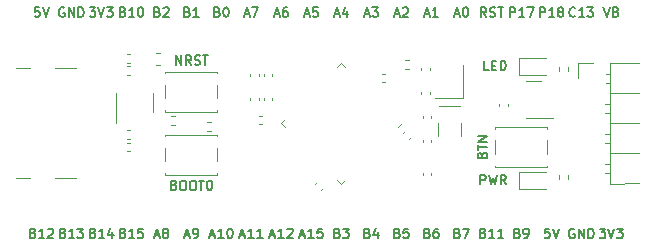
<source format=gbr>
%TF.GenerationSoftware,KiCad,Pcbnew,7.0.7*%
%TF.CreationDate,2023-11-28T22:27:00+01:00*%
%TF.ProjectId,STM32G474_Black-Pill_v3.0,53544d33-3247-4343-9734-5f426c61636b,A*%
%TF.SameCoordinates,Original*%
%TF.FileFunction,Legend,Top*%
%TF.FilePolarity,Positive*%
%FSLAX46Y46*%
G04 Gerber Fmt 4.6, Leading zero omitted, Abs format (unit mm)*
G04 Created by KiCad (PCBNEW 7.0.7) date 2023-11-28 22:27:00*
%MOMM*%
%LPD*%
G01*
G04 APERTURE LIST*
%ADD10C,0.200000*%
%ADD11C,0.120000*%
G04 APERTURE END LIST*
D10*
X139492421Y-97133695D02*
X139111469Y-97133695D01*
X139111469Y-97133695D02*
X139111469Y-96333695D01*
X139759088Y-96714647D02*
X140025754Y-96714647D01*
X140140040Y-97133695D02*
X139759088Y-97133695D01*
X139759088Y-97133695D02*
X139759088Y-96333695D01*
X139759088Y-96333695D02*
X140140040Y-96333695D01*
X140482898Y-97133695D02*
X140482898Y-96333695D01*
X140482898Y-96333695D02*
X140673374Y-96333695D01*
X140673374Y-96333695D02*
X140787660Y-96371790D01*
X140787660Y-96371790D02*
X140863850Y-96447980D01*
X140863850Y-96447980D02*
X140901945Y-96524171D01*
X140901945Y-96524171D02*
X140940041Y-96676552D01*
X140940041Y-96676552D02*
X140940041Y-96790838D01*
X140940041Y-96790838D02*
X140901945Y-96943219D01*
X140901945Y-96943219D02*
X140863850Y-97019409D01*
X140863850Y-97019409D02*
X140787660Y-97095600D01*
X140787660Y-97095600D02*
X140673374Y-97133695D01*
X140673374Y-97133695D02*
X140482898Y-97133695D01*
X136836190Y-110898647D02*
X136950476Y-110936742D01*
X136950476Y-110936742D02*
X136988571Y-110974838D01*
X136988571Y-110974838D02*
X137026667Y-111051028D01*
X137026667Y-111051028D02*
X137026667Y-111165314D01*
X137026667Y-111165314D02*
X136988571Y-111241504D01*
X136988571Y-111241504D02*
X136950476Y-111279600D01*
X136950476Y-111279600D02*
X136874286Y-111317695D01*
X136874286Y-111317695D02*
X136569524Y-111317695D01*
X136569524Y-111317695D02*
X136569524Y-110517695D01*
X136569524Y-110517695D02*
X136836190Y-110517695D01*
X136836190Y-110517695D02*
X136912381Y-110555790D01*
X136912381Y-110555790D02*
X136950476Y-110593885D01*
X136950476Y-110593885D02*
X136988571Y-110670076D01*
X136988571Y-110670076D02*
X136988571Y-110746266D01*
X136988571Y-110746266D02*
X136950476Y-110822457D01*
X136950476Y-110822457D02*
X136912381Y-110860552D01*
X136912381Y-110860552D02*
X136836190Y-110898647D01*
X136836190Y-110898647D02*
X136569524Y-110898647D01*
X137293333Y-110517695D02*
X137826667Y-110517695D01*
X137826667Y-110517695D02*
X137483809Y-111317695D01*
X141268571Y-92601695D02*
X141268571Y-91801695D01*
X141268571Y-91801695D02*
X141573333Y-91801695D01*
X141573333Y-91801695D02*
X141649523Y-91839790D01*
X141649523Y-91839790D02*
X141687618Y-91877885D01*
X141687618Y-91877885D02*
X141725714Y-91954076D01*
X141725714Y-91954076D02*
X141725714Y-92068361D01*
X141725714Y-92068361D02*
X141687618Y-92144552D01*
X141687618Y-92144552D02*
X141649523Y-92182647D01*
X141649523Y-92182647D02*
X141573333Y-92220742D01*
X141573333Y-92220742D02*
X141268571Y-92220742D01*
X142487618Y-92601695D02*
X142030475Y-92601695D01*
X142259047Y-92601695D02*
X142259047Y-91801695D01*
X142259047Y-91801695D02*
X142182856Y-91915980D01*
X142182856Y-91915980D02*
X142106666Y-91992171D01*
X142106666Y-91992171D02*
X142030475Y-92030266D01*
X142754285Y-91801695D02*
X143287619Y-91801695D01*
X143287619Y-91801695D02*
X142944761Y-92601695D01*
X148869523Y-110517695D02*
X149364761Y-110517695D01*
X149364761Y-110517695D02*
X149098095Y-110822457D01*
X149098095Y-110822457D02*
X149212380Y-110822457D01*
X149212380Y-110822457D02*
X149288571Y-110860552D01*
X149288571Y-110860552D02*
X149326666Y-110898647D01*
X149326666Y-110898647D02*
X149364761Y-110974838D01*
X149364761Y-110974838D02*
X149364761Y-111165314D01*
X149364761Y-111165314D02*
X149326666Y-111241504D01*
X149326666Y-111241504D02*
X149288571Y-111279600D01*
X149288571Y-111279600D02*
X149212380Y-111317695D01*
X149212380Y-111317695D02*
X148983809Y-111317695D01*
X148983809Y-111317695D02*
X148907618Y-111279600D01*
X148907618Y-111279600D02*
X148869523Y-111241504D01*
X149593333Y-110517695D02*
X149860000Y-111317695D01*
X149860000Y-111317695D02*
X150126666Y-110517695D01*
X150317142Y-110517695D02*
X150812380Y-110517695D01*
X150812380Y-110517695D02*
X150545714Y-110822457D01*
X150545714Y-110822457D02*
X150659999Y-110822457D01*
X150659999Y-110822457D02*
X150736190Y-110860552D01*
X150736190Y-110860552D02*
X150774285Y-110898647D01*
X150774285Y-110898647D02*
X150812380Y-110974838D01*
X150812380Y-110974838D02*
X150812380Y-111165314D01*
X150812380Y-111165314D02*
X150774285Y-111241504D01*
X150774285Y-111241504D02*
X150736190Y-111279600D01*
X150736190Y-111279600D02*
X150659999Y-111317695D01*
X150659999Y-111317695D02*
X150431428Y-111317695D01*
X150431428Y-111317695D02*
X150355237Y-111279600D01*
X150355237Y-111279600D02*
X150317142Y-111241504D01*
X105975237Y-110898647D02*
X106089523Y-110936742D01*
X106089523Y-110936742D02*
X106127618Y-110974838D01*
X106127618Y-110974838D02*
X106165714Y-111051028D01*
X106165714Y-111051028D02*
X106165714Y-111165314D01*
X106165714Y-111165314D02*
X106127618Y-111241504D01*
X106127618Y-111241504D02*
X106089523Y-111279600D01*
X106089523Y-111279600D02*
X106013333Y-111317695D01*
X106013333Y-111317695D02*
X105708571Y-111317695D01*
X105708571Y-111317695D02*
X105708571Y-110517695D01*
X105708571Y-110517695D02*
X105975237Y-110517695D01*
X105975237Y-110517695D02*
X106051428Y-110555790D01*
X106051428Y-110555790D02*
X106089523Y-110593885D01*
X106089523Y-110593885D02*
X106127618Y-110670076D01*
X106127618Y-110670076D02*
X106127618Y-110746266D01*
X106127618Y-110746266D02*
X106089523Y-110822457D01*
X106089523Y-110822457D02*
X106051428Y-110860552D01*
X106051428Y-110860552D02*
X105975237Y-110898647D01*
X105975237Y-110898647D02*
X105708571Y-110898647D01*
X106927618Y-111317695D02*
X106470475Y-111317695D01*
X106699047Y-111317695D02*
X106699047Y-110517695D01*
X106699047Y-110517695D02*
X106622856Y-110631980D01*
X106622856Y-110631980D02*
X106546666Y-110708171D01*
X106546666Y-110708171D02*
X106470475Y-110746266D01*
X107613333Y-110784361D02*
X107613333Y-111317695D01*
X107422857Y-110479600D02*
X107232380Y-111051028D01*
X107232380Y-111051028D02*
X107727619Y-111051028D01*
X134048571Y-92373123D02*
X134429524Y-92373123D01*
X133972381Y-92601695D02*
X134239048Y-91801695D01*
X134239048Y-91801695D02*
X134505714Y-92601695D01*
X135191428Y-92601695D02*
X134734285Y-92601695D01*
X134962857Y-92601695D02*
X134962857Y-91801695D01*
X134962857Y-91801695D02*
X134886666Y-91915980D01*
X134886666Y-91915980D02*
X134810476Y-91992171D01*
X134810476Y-91992171D02*
X134734285Y-92030266D01*
X116516190Y-92182647D02*
X116630476Y-92220742D01*
X116630476Y-92220742D02*
X116668571Y-92258838D01*
X116668571Y-92258838D02*
X116706667Y-92335028D01*
X116706667Y-92335028D02*
X116706667Y-92449314D01*
X116706667Y-92449314D02*
X116668571Y-92525504D01*
X116668571Y-92525504D02*
X116630476Y-92563600D01*
X116630476Y-92563600D02*
X116554286Y-92601695D01*
X116554286Y-92601695D02*
X116249524Y-92601695D01*
X116249524Y-92601695D02*
X116249524Y-91801695D01*
X116249524Y-91801695D02*
X116516190Y-91801695D01*
X116516190Y-91801695D02*
X116592381Y-91839790D01*
X116592381Y-91839790D02*
X116630476Y-91877885D01*
X116630476Y-91877885D02*
X116668571Y-91954076D01*
X116668571Y-91954076D02*
X116668571Y-92030266D01*
X116668571Y-92030266D02*
X116630476Y-92106457D01*
X116630476Y-92106457D02*
X116592381Y-92144552D01*
X116592381Y-92144552D02*
X116516190Y-92182647D01*
X116516190Y-92182647D02*
X116249524Y-92182647D01*
X117201905Y-91801695D02*
X117278095Y-91801695D01*
X117278095Y-91801695D02*
X117354286Y-91839790D01*
X117354286Y-91839790D02*
X117392381Y-91877885D01*
X117392381Y-91877885D02*
X117430476Y-91954076D01*
X117430476Y-91954076D02*
X117468571Y-92106457D01*
X117468571Y-92106457D02*
X117468571Y-92296933D01*
X117468571Y-92296933D02*
X117430476Y-92449314D01*
X117430476Y-92449314D02*
X117392381Y-92525504D01*
X117392381Y-92525504D02*
X117354286Y-92563600D01*
X117354286Y-92563600D02*
X117278095Y-92601695D01*
X117278095Y-92601695D02*
X117201905Y-92601695D01*
X117201905Y-92601695D02*
X117125714Y-92563600D01*
X117125714Y-92563600D02*
X117087619Y-92525504D01*
X117087619Y-92525504D02*
X117049524Y-92449314D01*
X117049524Y-92449314D02*
X117011428Y-92296933D01*
X117011428Y-92296933D02*
X117011428Y-92106457D01*
X117011428Y-92106457D02*
X117049524Y-91954076D01*
X117049524Y-91954076D02*
X117087619Y-91877885D01*
X117087619Y-91877885D02*
X117125714Y-91839790D01*
X117125714Y-91839790D02*
X117201905Y-91801695D01*
X128968571Y-92373123D02*
X129349524Y-92373123D01*
X128892381Y-92601695D02*
X129159048Y-91801695D01*
X129159048Y-91801695D02*
X129425714Y-92601695D01*
X129616190Y-91801695D02*
X130111428Y-91801695D01*
X130111428Y-91801695D02*
X129844762Y-92106457D01*
X129844762Y-92106457D02*
X129959047Y-92106457D01*
X129959047Y-92106457D02*
X130035238Y-92144552D01*
X130035238Y-92144552D02*
X130073333Y-92182647D01*
X130073333Y-92182647D02*
X130111428Y-92258838D01*
X130111428Y-92258838D02*
X130111428Y-92449314D01*
X130111428Y-92449314D02*
X130073333Y-92525504D01*
X130073333Y-92525504D02*
X130035238Y-92563600D01*
X130035238Y-92563600D02*
X129959047Y-92601695D01*
X129959047Y-92601695D02*
X129730476Y-92601695D01*
X129730476Y-92601695D02*
X129654285Y-92563600D01*
X129654285Y-92563600D02*
X129616190Y-92525504D01*
X129216190Y-110898647D02*
X129330476Y-110936742D01*
X129330476Y-110936742D02*
X129368571Y-110974838D01*
X129368571Y-110974838D02*
X129406667Y-111051028D01*
X129406667Y-111051028D02*
X129406667Y-111165314D01*
X129406667Y-111165314D02*
X129368571Y-111241504D01*
X129368571Y-111241504D02*
X129330476Y-111279600D01*
X129330476Y-111279600D02*
X129254286Y-111317695D01*
X129254286Y-111317695D02*
X128949524Y-111317695D01*
X128949524Y-111317695D02*
X128949524Y-110517695D01*
X128949524Y-110517695D02*
X129216190Y-110517695D01*
X129216190Y-110517695D02*
X129292381Y-110555790D01*
X129292381Y-110555790D02*
X129330476Y-110593885D01*
X129330476Y-110593885D02*
X129368571Y-110670076D01*
X129368571Y-110670076D02*
X129368571Y-110746266D01*
X129368571Y-110746266D02*
X129330476Y-110822457D01*
X129330476Y-110822457D02*
X129292381Y-110860552D01*
X129292381Y-110860552D02*
X129216190Y-110898647D01*
X129216190Y-110898647D02*
X128949524Y-110898647D01*
X130092381Y-110784361D02*
X130092381Y-111317695D01*
X129901905Y-110479600D02*
X129711428Y-111051028D01*
X129711428Y-111051028D02*
X130206667Y-111051028D01*
X115887618Y-111089123D02*
X116268571Y-111089123D01*
X115811428Y-111317695D02*
X116078095Y-110517695D01*
X116078095Y-110517695D02*
X116344761Y-111317695D01*
X117030475Y-111317695D02*
X116573332Y-111317695D01*
X116801904Y-111317695D02*
X116801904Y-110517695D01*
X116801904Y-110517695D02*
X116725713Y-110631980D01*
X116725713Y-110631980D02*
X116649523Y-110708171D01*
X116649523Y-110708171D02*
X116573332Y-110746266D01*
X117525714Y-110517695D02*
X117601904Y-110517695D01*
X117601904Y-110517695D02*
X117678095Y-110555790D01*
X117678095Y-110555790D02*
X117716190Y-110593885D01*
X117716190Y-110593885D02*
X117754285Y-110670076D01*
X117754285Y-110670076D02*
X117792380Y-110822457D01*
X117792380Y-110822457D02*
X117792380Y-111012933D01*
X117792380Y-111012933D02*
X117754285Y-111165314D01*
X117754285Y-111165314D02*
X117716190Y-111241504D01*
X117716190Y-111241504D02*
X117678095Y-111279600D01*
X117678095Y-111279600D02*
X117601904Y-111317695D01*
X117601904Y-111317695D02*
X117525714Y-111317695D01*
X117525714Y-111317695D02*
X117449523Y-111279600D01*
X117449523Y-111279600D02*
X117411428Y-111241504D01*
X117411428Y-111241504D02*
X117373333Y-111165314D01*
X117373333Y-111165314D02*
X117335237Y-111012933D01*
X117335237Y-111012933D02*
X117335237Y-110822457D01*
X117335237Y-110822457D02*
X117373333Y-110670076D01*
X117373333Y-110670076D02*
X117411428Y-110593885D01*
X117411428Y-110593885D02*
X117449523Y-110555790D01*
X117449523Y-110555790D02*
X117525714Y-110517695D01*
X134296190Y-110898647D02*
X134410476Y-110936742D01*
X134410476Y-110936742D02*
X134448571Y-110974838D01*
X134448571Y-110974838D02*
X134486667Y-111051028D01*
X134486667Y-111051028D02*
X134486667Y-111165314D01*
X134486667Y-111165314D02*
X134448571Y-111241504D01*
X134448571Y-111241504D02*
X134410476Y-111279600D01*
X134410476Y-111279600D02*
X134334286Y-111317695D01*
X134334286Y-111317695D02*
X134029524Y-111317695D01*
X134029524Y-111317695D02*
X134029524Y-110517695D01*
X134029524Y-110517695D02*
X134296190Y-110517695D01*
X134296190Y-110517695D02*
X134372381Y-110555790D01*
X134372381Y-110555790D02*
X134410476Y-110593885D01*
X134410476Y-110593885D02*
X134448571Y-110670076D01*
X134448571Y-110670076D02*
X134448571Y-110746266D01*
X134448571Y-110746266D02*
X134410476Y-110822457D01*
X134410476Y-110822457D02*
X134372381Y-110860552D01*
X134372381Y-110860552D02*
X134296190Y-110898647D01*
X134296190Y-110898647D02*
X134029524Y-110898647D01*
X135172381Y-110517695D02*
X135020000Y-110517695D01*
X135020000Y-110517695D02*
X134943809Y-110555790D01*
X134943809Y-110555790D02*
X134905714Y-110593885D01*
X134905714Y-110593885D02*
X134829524Y-110708171D01*
X134829524Y-110708171D02*
X134791428Y-110860552D01*
X134791428Y-110860552D02*
X134791428Y-111165314D01*
X134791428Y-111165314D02*
X134829524Y-111241504D01*
X134829524Y-111241504D02*
X134867619Y-111279600D01*
X134867619Y-111279600D02*
X134943809Y-111317695D01*
X134943809Y-111317695D02*
X135096190Y-111317695D01*
X135096190Y-111317695D02*
X135172381Y-111279600D01*
X135172381Y-111279600D02*
X135210476Y-111241504D01*
X135210476Y-111241504D02*
X135248571Y-111165314D01*
X135248571Y-111165314D02*
X135248571Y-110974838D01*
X135248571Y-110974838D02*
X135210476Y-110898647D01*
X135210476Y-110898647D02*
X135172381Y-110860552D01*
X135172381Y-110860552D02*
X135096190Y-110822457D01*
X135096190Y-110822457D02*
X134943809Y-110822457D01*
X134943809Y-110822457D02*
X134867619Y-110860552D01*
X134867619Y-110860552D02*
X134829524Y-110898647D01*
X134829524Y-110898647D02*
X134791428Y-110974838D01*
X138768612Y-106785695D02*
X138768612Y-105985695D01*
X138768612Y-105985695D02*
X139073374Y-105985695D01*
X139073374Y-105985695D02*
X139149564Y-106023790D01*
X139149564Y-106023790D02*
X139187659Y-106061885D01*
X139187659Y-106061885D02*
X139225755Y-106138076D01*
X139225755Y-106138076D02*
X139225755Y-106252361D01*
X139225755Y-106252361D02*
X139187659Y-106328552D01*
X139187659Y-106328552D02*
X139149564Y-106366647D01*
X139149564Y-106366647D02*
X139073374Y-106404742D01*
X139073374Y-106404742D02*
X138768612Y-106404742D01*
X139492421Y-105985695D02*
X139682897Y-106785695D01*
X139682897Y-106785695D02*
X139835278Y-106214266D01*
X139835278Y-106214266D02*
X139987659Y-106785695D01*
X139987659Y-106785695D02*
X140178136Y-105985695D01*
X140940041Y-106785695D02*
X140673374Y-106404742D01*
X140482898Y-106785695D02*
X140482898Y-105985695D01*
X140482898Y-105985695D02*
X140787660Y-105985695D01*
X140787660Y-105985695D02*
X140863850Y-106023790D01*
X140863850Y-106023790D02*
X140901945Y-106061885D01*
X140901945Y-106061885D02*
X140940041Y-106138076D01*
X140940041Y-106138076D02*
X140940041Y-106252361D01*
X140940041Y-106252361D02*
X140901945Y-106328552D01*
X140901945Y-106328552D02*
X140863850Y-106366647D01*
X140863850Y-106366647D02*
X140787660Y-106404742D01*
X140787660Y-106404742D02*
X140482898Y-106404742D01*
X118427618Y-111089123D02*
X118808571Y-111089123D01*
X118351428Y-111317695D02*
X118618095Y-110517695D01*
X118618095Y-110517695D02*
X118884761Y-111317695D01*
X119570475Y-111317695D02*
X119113332Y-111317695D01*
X119341904Y-111317695D02*
X119341904Y-110517695D01*
X119341904Y-110517695D02*
X119265713Y-110631980D01*
X119265713Y-110631980D02*
X119189523Y-110708171D01*
X119189523Y-110708171D02*
X119113332Y-110746266D01*
X120332380Y-111317695D02*
X119875237Y-111317695D01*
X120103809Y-111317695D02*
X120103809Y-110517695D01*
X120103809Y-110517695D02*
X120027618Y-110631980D01*
X120027618Y-110631980D02*
X119951428Y-110708171D01*
X119951428Y-110708171D02*
X119875237Y-110746266D01*
X120967618Y-111089123D02*
X121348571Y-111089123D01*
X120891428Y-111317695D02*
X121158095Y-110517695D01*
X121158095Y-110517695D02*
X121424761Y-111317695D01*
X122110475Y-111317695D02*
X121653332Y-111317695D01*
X121881904Y-111317695D02*
X121881904Y-110517695D01*
X121881904Y-110517695D02*
X121805713Y-110631980D01*
X121805713Y-110631980D02*
X121729523Y-110708171D01*
X121729523Y-110708171D02*
X121653332Y-110746266D01*
X122415237Y-110593885D02*
X122453333Y-110555790D01*
X122453333Y-110555790D02*
X122529523Y-110517695D01*
X122529523Y-110517695D02*
X122719999Y-110517695D01*
X122719999Y-110517695D02*
X122796190Y-110555790D01*
X122796190Y-110555790D02*
X122834285Y-110593885D01*
X122834285Y-110593885D02*
X122872380Y-110670076D01*
X122872380Y-110670076D02*
X122872380Y-110746266D01*
X122872380Y-110746266D02*
X122834285Y-110860552D01*
X122834285Y-110860552D02*
X122377142Y-111317695D01*
X122377142Y-111317695D02*
X122872380Y-111317695D01*
X141916190Y-110898647D02*
X142030476Y-110936742D01*
X142030476Y-110936742D02*
X142068571Y-110974838D01*
X142068571Y-110974838D02*
X142106667Y-111051028D01*
X142106667Y-111051028D02*
X142106667Y-111165314D01*
X142106667Y-111165314D02*
X142068571Y-111241504D01*
X142068571Y-111241504D02*
X142030476Y-111279600D01*
X142030476Y-111279600D02*
X141954286Y-111317695D01*
X141954286Y-111317695D02*
X141649524Y-111317695D01*
X141649524Y-111317695D02*
X141649524Y-110517695D01*
X141649524Y-110517695D02*
X141916190Y-110517695D01*
X141916190Y-110517695D02*
X141992381Y-110555790D01*
X141992381Y-110555790D02*
X142030476Y-110593885D01*
X142030476Y-110593885D02*
X142068571Y-110670076D01*
X142068571Y-110670076D02*
X142068571Y-110746266D01*
X142068571Y-110746266D02*
X142030476Y-110822457D01*
X142030476Y-110822457D02*
X141992381Y-110860552D01*
X141992381Y-110860552D02*
X141916190Y-110898647D01*
X141916190Y-110898647D02*
X141649524Y-110898647D01*
X142487619Y-111317695D02*
X142640000Y-111317695D01*
X142640000Y-111317695D02*
X142716190Y-111279600D01*
X142716190Y-111279600D02*
X142754286Y-111241504D01*
X142754286Y-111241504D02*
X142830476Y-111127219D01*
X142830476Y-111127219D02*
X142868571Y-110974838D01*
X142868571Y-110974838D02*
X142868571Y-110670076D01*
X142868571Y-110670076D02*
X142830476Y-110593885D01*
X142830476Y-110593885D02*
X142792381Y-110555790D01*
X142792381Y-110555790D02*
X142716190Y-110517695D01*
X142716190Y-110517695D02*
X142563809Y-110517695D01*
X142563809Y-110517695D02*
X142487619Y-110555790D01*
X142487619Y-110555790D02*
X142449524Y-110593885D01*
X142449524Y-110593885D02*
X142411428Y-110670076D01*
X142411428Y-110670076D02*
X142411428Y-110860552D01*
X142411428Y-110860552D02*
X142449524Y-110936742D01*
X142449524Y-110936742D02*
X142487619Y-110974838D01*
X142487619Y-110974838D02*
X142563809Y-111012933D01*
X142563809Y-111012933D02*
X142716190Y-111012933D01*
X142716190Y-111012933D02*
X142792381Y-110974838D01*
X142792381Y-110974838D02*
X142830476Y-110936742D01*
X142830476Y-110936742D02*
X142868571Y-110860552D01*
X126428571Y-92373123D02*
X126809524Y-92373123D01*
X126352381Y-92601695D02*
X126619048Y-91801695D01*
X126619048Y-91801695D02*
X126885714Y-92601695D01*
X127495238Y-92068361D02*
X127495238Y-92601695D01*
X127304762Y-91763600D02*
X127114285Y-92335028D01*
X127114285Y-92335028D02*
X127609524Y-92335028D01*
X139261905Y-92601695D02*
X138995238Y-92220742D01*
X138804762Y-92601695D02*
X138804762Y-91801695D01*
X138804762Y-91801695D02*
X139109524Y-91801695D01*
X139109524Y-91801695D02*
X139185714Y-91839790D01*
X139185714Y-91839790D02*
X139223809Y-91877885D01*
X139223809Y-91877885D02*
X139261905Y-91954076D01*
X139261905Y-91954076D02*
X139261905Y-92068361D01*
X139261905Y-92068361D02*
X139223809Y-92144552D01*
X139223809Y-92144552D02*
X139185714Y-92182647D01*
X139185714Y-92182647D02*
X139109524Y-92220742D01*
X139109524Y-92220742D02*
X138804762Y-92220742D01*
X139566666Y-92563600D02*
X139680952Y-92601695D01*
X139680952Y-92601695D02*
X139871428Y-92601695D01*
X139871428Y-92601695D02*
X139947619Y-92563600D01*
X139947619Y-92563600D02*
X139985714Y-92525504D01*
X139985714Y-92525504D02*
X140023809Y-92449314D01*
X140023809Y-92449314D02*
X140023809Y-92373123D01*
X140023809Y-92373123D02*
X139985714Y-92296933D01*
X139985714Y-92296933D02*
X139947619Y-92258838D01*
X139947619Y-92258838D02*
X139871428Y-92220742D01*
X139871428Y-92220742D02*
X139719047Y-92182647D01*
X139719047Y-92182647D02*
X139642857Y-92144552D01*
X139642857Y-92144552D02*
X139604762Y-92106457D01*
X139604762Y-92106457D02*
X139566666Y-92030266D01*
X139566666Y-92030266D02*
X139566666Y-91954076D01*
X139566666Y-91954076D02*
X139604762Y-91877885D01*
X139604762Y-91877885D02*
X139642857Y-91839790D01*
X139642857Y-91839790D02*
X139719047Y-91801695D01*
X139719047Y-91801695D02*
X139909524Y-91801695D01*
X139909524Y-91801695D02*
X140023809Y-91839790D01*
X140252381Y-91801695D02*
X140709524Y-91801695D01*
X140480952Y-92601695D02*
X140480952Y-91801695D01*
X105689523Y-91801695D02*
X106184761Y-91801695D01*
X106184761Y-91801695D02*
X105918095Y-92106457D01*
X105918095Y-92106457D02*
X106032380Y-92106457D01*
X106032380Y-92106457D02*
X106108571Y-92144552D01*
X106108571Y-92144552D02*
X106146666Y-92182647D01*
X106146666Y-92182647D02*
X106184761Y-92258838D01*
X106184761Y-92258838D02*
X106184761Y-92449314D01*
X106184761Y-92449314D02*
X106146666Y-92525504D01*
X106146666Y-92525504D02*
X106108571Y-92563600D01*
X106108571Y-92563600D02*
X106032380Y-92601695D01*
X106032380Y-92601695D02*
X105803809Y-92601695D01*
X105803809Y-92601695D02*
X105727618Y-92563600D01*
X105727618Y-92563600D02*
X105689523Y-92525504D01*
X106413333Y-91801695D02*
X106680000Y-92601695D01*
X106680000Y-92601695D02*
X106946666Y-91801695D01*
X107137142Y-91801695D02*
X107632380Y-91801695D01*
X107632380Y-91801695D02*
X107365714Y-92106457D01*
X107365714Y-92106457D02*
X107479999Y-92106457D01*
X107479999Y-92106457D02*
X107556190Y-92144552D01*
X107556190Y-92144552D02*
X107594285Y-92182647D01*
X107594285Y-92182647D02*
X107632380Y-92258838D01*
X107632380Y-92258838D02*
X107632380Y-92449314D01*
X107632380Y-92449314D02*
X107594285Y-92525504D01*
X107594285Y-92525504D02*
X107556190Y-92563600D01*
X107556190Y-92563600D02*
X107479999Y-92601695D01*
X107479999Y-92601695D02*
X107251428Y-92601695D01*
X107251428Y-92601695D02*
X107175237Y-92563600D01*
X107175237Y-92563600D02*
X107137142Y-92525504D01*
X112985714Y-96665695D02*
X112985714Y-95865695D01*
X112985714Y-95865695D02*
X113442857Y-96665695D01*
X113442857Y-96665695D02*
X113442857Y-95865695D01*
X114280952Y-96665695D02*
X114014285Y-96284742D01*
X113823809Y-96665695D02*
X113823809Y-95865695D01*
X113823809Y-95865695D02*
X114128571Y-95865695D01*
X114128571Y-95865695D02*
X114204761Y-95903790D01*
X114204761Y-95903790D02*
X114242856Y-95941885D01*
X114242856Y-95941885D02*
X114280952Y-96018076D01*
X114280952Y-96018076D02*
X114280952Y-96132361D01*
X114280952Y-96132361D02*
X114242856Y-96208552D01*
X114242856Y-96208552D02*
X114204761Y-96246647D01*
X114204761Y-96246647D02*
X114128571Y-96284742D01*
X114128571Y-96284742D02*
X113823809Y-96284742D01*
X114585713Y-96627600D02*
X114699999Y-96665695D01*
X114699999Y-96665695D02*
X114890475Y-96665695D01*
X114890475Y-96665695D02*
X114966666Y-96627600D01*
X114966666Y-96627600D02*
X115004761Y-96589504D01*
X115004761Y-96589504D02*
X115042856Y-96513314D01*
X115042856Y-96513314D02*
X115042856Y-96437123D01*
X115042856Y-96437123D02*
X115004761Y-96360933D01*
X115004761Y-96360933D02*
X114966666Y-96322838D01*
X114966666Y-96322838D02*
X114890475Y-96284742D01*
X114890475Y-96284742D02*
X114738094Y-96246647D01*
X114738094Y-96246647D02*
X114661904Y-96208552D01*
X114661904Y-96208552D02*
X114623809Y-96170457D01*
X114623809Y-96170457D02*
X114585713Y-96094266D01*
X114585713Y-96094266D02*
X114585713Y-96018076D01*
X114585713Y-96018076D02*
X114623809Y-95941885D01*
X114623809Y-95941885D02*
X114661904Y-95903790D01*
X114661904Y-95903790D02*
X114738094Y-95865695D01*
X114738094Y-95865695D02*
X114928571Y-95865695D01*
X114928571Y-95865695D02*
X115042856Y-95903790D01*
X115271428Y-95865695D02*
X115728571Y-95865695D01*
X115499999Y-96665695D02*
X115499999Y-95865695D01*
X121348571Y-92373123D02*
X121729524Y-92373123D01*
X121272381Y-92601695D02*
X121539048Y-91801695D01*
X121539048Y-91801695D02*
X121805714Y-92601695D01*
X122415238Y-91801695D02*
X122262857Y-91801695D01*
X122262857Y-91801695D02*
X122186666Y-91839790D01*
X122186666Y-91839790D02*
X122148571Y-91877885D01*
X122148571Y-91877885D02*
X122072381Y-91992171D01*
X122072381Y-91992171D02*
X122034285Y-92144552D01*
X122034285Y-92144552D02*
X122034285Y-92449314D01*
X122034285Y-92449314D02*
X122072381Y-92525504D01*
X122072381Y-92525504D02*
X122110476Y-92563600D01*
X122110476Y-92563600D02*
X122186666Y-92601695D01*
X122186666Y-92601695D02*
X122339047Y-92601695D01*
X122339047Y-92601695D02*
X122415238Y-92563600D01*
X122415238Y-92563600D02*
X122453333Y-92525504D01*
X122453333Y-92525504D02*
X122491428Y-92449314D01*
X122491428Y-92449314D02*
X122491428Y-92258838D01*
X122491428Y-92258838D02*
X122453333Y-92182647D01*
X122453333Y-92182647D02*
X122415238Y-92144552D01*
X122415238Y-92144552D02*
X122339047Y-92106457D01*
X122339047Y-92106457D02*
X122186666Y-92106457D01*
X122186666Y-92106457D02*
X122110476Y-92144552D01*
X122110476Y-92144552D02*
X122072381Y-92182647D01*
X122072381Y-92182647D02*
X122034285Y-92258838D01*
X138918647Y-104298666D02*
X138956742Y-104184380D01*
X138956742Y-104184380D02*
X138994838Y-104146285D01*
X138994838Y-104146285D02*
X139071028Y-104108189D01*
X139071028Y-104108189D02*
X139185314Y-104108189D01*
X139185314Y-104108189D02*
X139261504Y-104146285D01*
X139261504Y-104146285D02*
X139299600Y-104184380D01*
X139299600Y-104184380D02*
X139337695Y-104260570D01*
X139337695Y-104260570D02*
X139337695Y-104565332D01*
X139337695Y-104565332D02*
X138537695Y-104565332D01*
X138537695Y-104565332D02*
X138537695Y-104298666D01*
X138537695Y-104298666D02*
X138575790Y-104222475D01*
X138575790Y-104222475D02*
X138613885Y-104184380D01*
X138613885Y-104184380D02*
X138690076Y-104146285D01*
X138690076Y-104146285D02*
X138766266Y-104146285D01*
X138766266Y-104146285D02*
X138842457Y-104184380D01*
X138842457Y-104184380D02*
X138880552Y-104222475D01*
X138880552Y-104222475D02*
X138918647Y-104298666D01*
X138918647Y-104298666D02*
X138918647Y-104565332D01*
X138537695Y-103879618D02*
X138537695Y-103422475D01*
X139337695Y-103651047D02*
X138537695Y-103651047D01*
X139337695Y-103155808D02*
X138537695Y-103155808D01*
X138537695Y-103155808D02*
X139337695Y-102698665D01*
X139337695Y-102698665D02*
X138537695Y-102698665D01*
X123888571Y-92373123D02*
X124269524Y-92373123D01*
X123812381Y-92601695D02*
X124079048Y-91801695D01*
X124079048Y-91801695D02*
X124345714Y-92601695D01*
X124993333Y-91801695D02*
X124612381Y-91801695D01*
X124612381Y-91801695D02*
X124574285Y-92182647D01*
X124574285Y-92182647D02*
X124612381Y-92144552D01*
X124612381Y-92144552D02*
X124688571Y-92106457D01*
X124688571Y-92106457D02*
X124879047Y-92106457D01*
X124879047Y-92106457D02*
X124955238Y-92144552D01*
X124955238Y-92144552D02*
X124993333Y-92182647D01*
X124993333Y-92182647D02*
X125031428Y-92258838D01*
X125031428Y-92258838D02*
X125031428Y-92449314D01*
X125031428Y-92449314D02*
X124993333Y-92525504D01*
X124993333Y-92525504D02*
X124955238Y-92563600D01*
X124955238Y-92563600D02*
X124879047Y-92601695D01*
X124879047Y-92601695D02*
X124688571Y-92601695D01*
X124688571Y-92601695D02*
X124612381Y-92563600D01*
X124612381Y-92563600D02*
X124574285Y-92525504D01*
X100895237Y-110898647D02*
X101009523Y-110936742D01*
X101009523Y-110936742D02*
X101047618Y-110974838D01*
X101047618Y-110974838D02*
X101085714Y-111051028D01*
X101085714Y-111051028D02*
X101085714Y-111165314D01*
X101085714Y-111165314D02*
X101047618Y-111241504D01*
X101047618Y-111241504D02*
X101009523Y-111279600D01*
X101009523Y-111279600D02*
X100933333Y-111317695D01*
X100933333Y-111317695D02*
X100628571Y-111317695D01*
X100628571Y-111317695D02*
X100628571Y-110517695D01*
X100628571Y-110517695D02*
X100895237Y-110517695D01*
X100895237Y-110517695D02*
X100971428Y-110555790D01*
X100971428Y-110555790D02*
X101009523Y-110593885D01*
X101009523Y-110593885D02*
X101047618Y-110670076D01*
X101047618Y-110670076D02*
X101047618Y-110746266D01*
X101047618Y-110746266D02*
X101009523Y-110822457D01*
X101009523Y-110822457D02*
X100971428Y-110860552D01*
X100971428Y-110860552D02*
X100895237Y-110898647D01*
X100895237Y-110898647D02*
X100628571Y-110898647D01*
X101847618Y-111317695D02*
X101390475Y-111317695D01*
X101619047Y-111317695D02*
X101619047Y-110517695D01*
X101619047Y-110517695D02*
X101542856Y-110631980D01*
X101542856Y-110631980D02*
X101466666Y-110708171D01*
X101466666Y-110708171D02*
X101390475Y-110746266D01*
X102152380Y-110593885D02*
X102190476Y-110555790D01*
X102190476Y-110555790D02*
X102266666Y-110517695D01*
X102266666Y-110517695D02*
X102457142Y-110517695D01*
X102457142Y-110517695D02*
X102533333Y-110555790D01*
X102533333Y-110555790D02*
X102571428Y-110593885D01*
X102571428Y-110593885D02*
X102609523Y-110670076D01*
X102609523Y-110670076D02*
X102609523Y-110746266D01*
X102609523Y-110746266D02*
X102571428Y-110860552D01*
X102571428Y-110860552D02*
X102114285Y-111317695D01*
X102114285Y-111317695D02*
X102609523Y-111317695D01*
X111188571Y-111089123D02*
X111569524Y-111089123D01*
X111112381Y-111317695D02*
X111379048Y-110517695D01*
X111379048Y-110517695D02*
X111645714Y-111317695D01*
X112026666Y-110860552D02*
X111950476Y-110822457D01*
X111950476Y-110822457D02*
X111912381Y-110784361D01*
X111912381Y-110784361D02*
X111874285Y-110708171D01*
X111874285Y-110708171D02*
X111874285Y-110670076D01*
X111874285Y-110670076D02*
X111912381Y-110593885D01*
X111912381Y-110593885D02*
X111950476Y-110555790D01*
X111950476Y-110555790D02*
X112026666Y-110517695D01*
X112026666Y-110517695D02*
X112179047Y-110517695D01*
X112179047Y-110517695D02*
X112255238Y-110555790D01*
X112255238Y-110555790D02*
X112293333Y-110593885D01*
X112293333Y-110593885D02*
X112331428Y-110670076D01*
X112331428Y-110670076D02*
X112331428Y-110708171D01*
X112331428Y-110708171D02*
X112293333Y-110784361D01*
X112293333Y-110784361D02*
X112255238Y-110822457D01*
X112255238Y-110822457D02*
X112179047Y-110860552D01*
X112179047Y-110860552D02*
X112026666Y-110860552D01*
X112026666Y-110860552D02*
X111950476Y-110898647D01*
X111950476Y-110898647D02*
X111912381Y-110936742D01*
X111912381Y-110936742D02*
X111874285Y-111012933D01*
X111874285Y-111012933D02*
X111874285Y-111165314D01*
X111874285Y-111165314D02*
X111912381Y-111241504D01*
X111912381Y-111241504D02*
X111950476Y-111279600D01*
X111950476Y-111279600D02*
X112026666Y-111317695D01*
X112026666Y-111317695D02*
X112179047Y-111317695D01*
X112179047Y-111317695D02*
X112255238Y-111279600D01*
X112255238Y-111279600D02*
X112293333Y-111241504D01*
X112293333Y-111241504D02*
X112331428Y-111165314D01*
X112331428Y-111165314D02*
X112331428Y-111012933D01*
X112331428Y-111012933D02*
X112293333Y-110936742D01*
X112293333Y-110936742D02*
X112255238Y-110898647D01*
X112255238Y-110898647D02*
X112179047Y-110860552D01*
X146805714Y-92525504D02*
X146767618Y-92563600D01*
X146767618Y-92563600D02*
X146653333Y-92601695D01*
X146653333Y-92601695D02*
X146577142Y-92601695D01*
X146577142Y-92601695D02*
X146462856Y-92563600D01*
X146462856Y-92563600D02*
X146386666Y-92487409D01*
X146386666Y-92487409D02*
X146348571Y-92411219D01*
X146348571Y-92411219D02*
X146310475Y-92258838D01*
X146310475Y-92258838D02*
X146310475Y-92144552D01*
X146310475Y-92144552D02*
X146348571Y-91992171D01*
X146348571Y-91992171D02*
X146386666Y-91915980D01*
X146386666Y-91915980D02*
X146462856Y-91839790D01*
X146462856Y-91839790D02*
X146577142Y-91801695D01*
X146577142Y-91801695D02*
X146653333Y-91801695D01*
X146653333Y-91801695D02*
X146767618Y-91839790D01*
X146767618Y-91839790D02*
X146805714Y-91877885D01*
X147567618Y-92601695D02*
X147110475Y-92601695D01*
X147339047Y-92601695D02*
X147339047Y-91801695D01*
X147339047Y-91801695D02*
X147262856Y-91915980D01*
X147262856Y-91915980D02*
X147186666Y-91992171D01*
X147186666Y-91992171D02*
X147110475Y-92030266D01*
X147834285Y-91801695D02*
X148329523Y-91801695D01*
X148329523Y-91801695D02*
X148062857Y-92106457D01*
X148062857Y-92106457D02*
X148177142Y-92106457D01*
X148177142Y-92106457D02*
X148253333Y-92144552D01*
X148253333Y-92144552D02*
X148291428Y-92182647D01*
X148291428Y-92182647D02*
X148329523Y-92258838D01*
X148329523Y-92258838D02*
X148329523Y-92449314D01*
X148329523Y-92449314D02*
X148291428Y-92525504D01*
X148291428Y-92525504D02*
X148253333Y-92563600D01*
X148253333Y-92563600D02*
X148177142Y-92601695D01*
X148177142Y-92601695D02*
X147948571Y-92601695D01*
X147948571Y-92601695D02*
X147872380Y-92563600D01*
X147872380Y-92563600D02*
X147834285Y-92525504D01*
X138995237Y-110898647D02*
X139109523Y-110936742D01*
X139109523Y-110936742D02*
X139147618Y-110974838D01*
X139147618Y-110974838D02*
X139185714Y-111051028D01*
X139185714Y-111051028D02*
X139185714Y-111165314D01*
X139185714Y-111165314D02*
X139147618Y-111241504D01*
X139147618Y-111241504D02*
X139109523Y-111279600D01*
X139109523Y-111279600D02*
X139033333Y-111317695D01*
X139033333Y-111317695D02*
X138728571Y-111317695D01*
X138728571Y-111317695D02*
X138728571Y-110517695D01*
X138728571Y-110517695D02*
X138995237Y-110517695D01*
X138995237Y-110517695D02*
X139071428Y-110555790D01*
X139071428Y-110555790D02*
X139109523Y-110593885D01*
X139109523Y-110593885D02*
X139147618Y-110670076D01*
X139147618Y-110670076D02*
X139147618Y-110746266D01*
X139147618Y-110746266D02*
X139109523Y-110822457D01*
X139109523Y-110822457D02*
X139071428Y-110860552D01*
X139071428Y-110860552D02*
X138995237Y-110898647D01*
X138995237Y-110898647D02*
X138728571Y-110898647D01*
X139947618Y-111317695D02*
X139490475Y-111317695D01*
X139719047Y-111317695D02*
X139719047Y-110517695D01*
X139719047Y-110517695D02*
X139642856Y-110631980D01*
X139642856Y-110631980D02*
X139566666Y-110708171D01*
X139566666Y-110708171D02*
X139490475Y-110746266D01*
X140709523Y-111317695D02*
X140252380Y-111317695D01*
X140480952Y-111317695D02*
X140480952Y-110517695D01*
X140480952Y-110517695D02*
X140404761Y-110631980D01*
X140404761Y-110631980D02*
X140328571Y-110708171D01*
X140328571Y-110708171D02*
X140252380Y-110746266D01*
X126676190Y-110898647D02*
X126790476Y-110936742D01*
X126790476Y-110936742D02*
X126828571Y-110974838D01*
X126828571Y-110974838D02*
X126866667Y-111051028D01*
X126866667Y-111051028D02*
X126866667Y-111165314D01*
X126866667Y-111165314D02*
X126828571Y-111241504D01*
X126828571Y-111241504D02*
X126790476Y-111279600D01*
X126790476Y-111279600D02*
X126714286Y-111317695D01*
X126714286Y-111317695D02*
X126409524Y-111317695D01*
X126409524Y-111317695D02*
X126409524Y-110517695D01*
X126409524Y-110517695D02*
X126676190Y-110517695D01*
X126676190Y-110517695D02*
X126752381Y-110555790D01*
X126752381Y-110555790D02*
X126790476Y-110593885D01*
X126790476Y-110593885D02*
X126828571Y-110670076D01*
X126828571Y-110670076D02*
X126828571Y-110746266D01*
X126828571Y-110746266D02*
X126790476Y-110822457D01*
X126790476Y-110822457D02*
X126752381Y-110860552D01*
X126752381Y-110860552D02*
X126676190Y-110898647D01*
X126676190Y-110898647D02*
X126409524Y-110898647D01*
X127133333Y-110517695D02*
X127628571Y-110517695D01*
X127628571Y-110517695D02*
X127361905Y-110822457D01*
X127361905Y-110822457D02*
X127476190Y-110822457D01*
X127476190Y-110822457D02*
X127552381Y-110860552D01*
X127552381Y-110860552D02*
X127590476Y-110898647D01*
X127590476Y-110898647D02*
X127628571Y-110974838D01*
X127628571Y-110974838D02*
X127628571Y-111165314D01*
X127628571Y-111165314D02*
X127590476Y-111241504D01*
X127590476Y-111241504D02*
X127552381Y-111279600D01*
X127552381Y-111279600D02*
X127476190Y-111317695D01*
X127476190Y-111317695D02*
X127247619Y-111317695D01*
X127247619Y-111317695D02*
X127171428Y-111279600D01*
X127171428Y-111279600D02*
X127133333Y-111241504D01*
X123507618Y-111089123D02*
X123888571Y-111089123D01*
X123431428Y-111317695D02*
X123698095Y-110517695D01*
X123698095Y-110517695D02*
X123964761Y-111317695D01*
X124650475Y-111317695D02*
X124193332Y-111317695D01*
X124421904Y-111317695D02*
X124421904Y-110517695D01*
X124421904Y-110517695D02*
X124345713Y-110631980D01*
X124345713Y-110631980D02*
X124269523Y-110708171D01*
X124269523Y-110708171D02*
X124193332Y-110746266D01*
X125374285Y-110517695D02*
X124993333Y-110517695D01*
X124993333Y-110517695D02*
X124955237Y-110898647D01*
X124955237Y-110898647D02*
X124993333Y-110860552D01*
X124993333Y-110860552D02*
X125069523Y-110822457D01*
X125069523Y-110822457D02*
X125259999Y-110822457D01*
X125259999Y-110822457D02*
X125336190Y-110860552D01*
X125336190Y-110860552D02*
X125374285Y-110898647D01*
X125374285Y-110898647D02*
X125412380Y-110974838D01*
X125412380Y-110974838D02*
X125412380Y-111165314D01*
X125412380Y-111165314D02*
X125374285Y-111241504D01*
X125374285Y-111241504D02*
X125336190Y-111279600D01*
X125336190Y-111279600D02*
X125259999Y-111317695D01*
X125259999Y-111317695D02*
X125069523Y-111317695D01*
X125069523Y-111317695D02*
X124993333Y-111279600D01*
X124993333Y-111279600D02*
X124955237Y-111241504D01*
X111436190Y-92182647D02*
X111550476Y-92220742D01*
X111550476Y-92220742D02*
X111588571Y-92258838D01*
X111588571Y-92258838D02*
X111626667Y-92335028D01*
X111626667Y-92335028D02*
X111626667Y-92449314D01*
X111626667Y-92449314D02*
X111588571Y-92525504D01*
X111588571Y-92525504D02*
X111550476Y-92563600D01*
X111550476Y-92563600D02*
X111474286Y-92601695D01*
X111474286Y-92601695D02*
X111169524Y-92601695D01*
X111169524Y-92601695D02*
X111169524Y-91801695D01*
X111169524Y-91801695D02*
X111436190Y-91801695D01*
X111436190Y-91801695D02*
X111512381Y-91839790D01*
X111512381Y-91839790D02*
X111550476Y-91877885D01*
X111550476Y-91877885D02*
X111588571Y-91954076D01*
X111588571Y-91954076D02*
X111588571Y-92030266D01*
X111588571Y-92030266D02*
X111550476Y-92106457D01*
X111550476Y-92106457D02*
X111512381Y-92144552D01*
X111512381Y-92144552D02*
X111436190Y-92182647D01*
X111436190Y-92182647D02*
X111169524Y-92182647D01*
X111931428Y-91877885D02*
X111969524Y-91839790D01*
X111969524Y-91839790D02*
X112045714Y-91801695D01*
X112045714Y-91801695D02*
X112236190Y-91801695D01*
X112236190Y-91801695D02*
X112312381Y-91839790D01*
X112312381Y-91839790D02*
X112350476Y-91877885D01*
X112350476Y-91877885D02*
X112388571Y-91954076D01*
X112388571Y-91954076D02*
X112388571Y-92030266D01*
X112388571Y-92030266D02*
X112350476Y-92144552D01*
X112350476Y-92144552D02*
X111893333Y-92601695D01*
X111893333Y-92601695D02*
X112388571Y-92601695D01*
X113976190Y-92182647D02*
X114090476Y-92220742D01*
X114090476Y-92220742D02*
X114128571Y-92258838D01*
X114128571Y-92258838D02*
X114166667Y-92335028D01*
X114166667Y-92335028D02*
X114166667Y-92449314D01*
X114166667Y-92449314D02*
X114128571Y-92525504D01*
X114128571Y-92525504D02*
X114090476Y-92563600D01*
X114090476Y-92563600D02*
X114014286Y-92601695D01*
X114014286Y-92601695D02*
X113709524Y-92601695D01*
X113709524Y-92601695D02*
X113709524Y-91801695D01*
X113709524Y-91801695D02*
X113976190Y-91801695D01*
X113976190Y-91801695D02*
X114052381Y-91839790D01*
X114052381Y-91839790D02*
X114090476Y-91877885D01*
X114090476Y-91877885D02*
X114128571Y-91954076D01*
X114128571Y-91954076D02*
X114128571Y-92030266D01*
X114128571Y-92030266D02*
X114090476Y-92106457D01*
X114090476Y-92106457D02*
X114052381Y-92144552D01*
X114052381Y-92144552D02*
X113976190Y-92182647D01*
X113976190Y-92182647D02*
X113709524Y-92182647D01*
X114928571Y-92601695D02*
X114471428Y-92601695D01*
X114700000Y-92601695D02*
X114700000Y-91801695D01*
X114700000Y-91801695D02*
X114623809Y-91915980D01*
X114623809Y-91915980D02*
X114547619Y-91992171D01*
X114547619Y-91992171D02*
X114471428Y-92030266D01*
X149193333Y-91801695D02*
X149460000Y-92601695D01*
X149460000Y-92601695D02*
X149726666Y-91801695D01*
X150259999Y-92182647D02*
X150374285Y-92220742D01*
X150374285Y-92220742D02*
X150412380Y-92258838D01*
X150412380Y-92258838D02*
X150450476Y-92335028D01*
X150450476Y-92335028D02*
X150450476Y-92449314D01*
X150450476Y-92449314D02*
X150412380Y-92525504D01*
X150412380Y-92525504D02*
X150374285Y-92563600D01*
X150374285Y-92563600D02*
X150298095Y-92601695D01*
X150298095Y-92601695D02*
X149993333Y-92601695D01*
X149993333Y-92601695D02*
X149993333Y-91801695D01*
X149993333Y-91801695D02*
X150259999Y-91801695D01*
X150259999Y-91801695D02*
X150336190Y-91839790D01*
X150336190Y-91839790D02*
X150374285Y-91877885D01*
X150374285Y-91877885D02*
X150412380Y-91954076D01*
X150412380Y-91954076D02*
X150412380Y-92030266D01*
X150412380Y-92030266D02*
X150374285Y-92106457D01*
X150374285Y-92106457D02*
X150336190Y-92144552D01*
X150336190Y-92144552D02*
X150259999Y-92182647D01*
X150259999Y-92182647D02*
X149993333Y-92182647D01*
X136588571Y-92373123D02*
X136969524Y-92373123D01*
X136512381Y-92601695D02*
X136779048Y-91801695D01*
X136779048Y-91801695D02*
X137045714Y-92601695D01*
X137464762Y-91801695D02*
X137540952Y-91801695D01*
X137540952Y-91801695D02*
X137617143Y-91839790D01*
X137617143Y-91839790D02*
X137655238Y-91877885D01*
X137655238Y-91877885D02*
X137693333Y-91954076D01*
X137693333Y-91954076D02*
X137731428Y-92106457D01*
X137731428Y-92106457D02*
X137731428Y-92296933D01*
X137731428Y-92296933D02*
X137693333Y-92449314D01*
X137693333Y-92449314D02*
X137655238Y-92525504D01*
X137655238Y-92525504D02*
X137617143Y-92563600D01*
X137617143Y-92563600D02*
X137540952Y-92601695D01*
X137540952Y-92601695D02*
X137464762Y-92601695D01*
X137464762Y-92601695D02*
X137388571Y-92563600D01*
X137388571Y-92563600D02*
X137350476Y-92525504D01*
X137350476Y-92525504D02*
X137312381Y-92449314D01*
X137312381Y-92449314D02*
X137274285Y-92296933D01*
X137274285Y-92296933D02*
X137274285Y-92106457D01*
X137274285Y-92106457D02*
X137312381Y-91954076D01*
X137312381Y-91954076D02*
X137350476Y-91877885D01*
X137350476Y-91877885D02*
X137388571Y-91839790D01*
X137388571Y-91839790D02*
X137464762Y-91801695D01*
X118808571Y-92373123D02*
X119189524Y-92373123D01*
X118732381Y-92601695D02*
X118999048Y-91801695D01*
X118999048Y-91801695D02*
X119265714Y-92601695D01*
X119456190Y-91801695D02*
X119989524Y-91801695D01*
X119989524Y-91801695D02*
X119646666Y-92601695D01*
X146710476Y-110555790D02*
X146634286Y-110517695D01*
X146634286Y-110517695D02*
X146520000Y-110517695D01*
X146520000Y-110517695D02*
X146405714Y-110555790D01*
X146405714Y-110555790D02*
X146329524Y-110631980D01*
X146329524Y-110631980D02*
X146291429Y-110708171D01*
X146291429Y-110708171D02*
X146253333Y-110860552D01*
X146253333Y-110860552D02*
X146253333Y-110974838D01*
X146253333Y-110974838D02*
X146291429Y-111127219D01*
X146291429Y-111127219D02*
X146329524Y-111203409D01*
X146329524Y-111203409D02*
X146405714Y-111279600D01*
X146405714Y-111279600D02*
X146520000Y-111317695D01*
X146520000Y-111317695D02*
X146596191Y-111317695D01*
X146596191Y-111317695D02*
X146710476Y-111279600D01*
X146710476Y-111279600D02*
X146748572Y-111241504D01*
X146748572Y-111241504D02*
X146748572Y-110974838D01*
X146748572Y-110974838D02*
X146596191Y-110974838D01*
X147091429Y-111317695D02*
X147091429Y-110517695D01*
X147091429Y-110517695D02*
X147548572Y-111317695D01*
X147548572Y-111317695D02*
X147548572Y-110517695D01*
X147929524Y-111317695D02*
X147929524Y-110517695D01*
X147929524Y-110517695D02*
X148120000Y-110517695D01*
X148120000Y-110517695D02*
X148234286Y-110555790D01*
X148234286Y-110555790D02*
X148310476Y-110631980D01*
X148310476Y-110631980D02*
X148348571Y-110708171D01*
X148348571Y-110708171D02*
X148386667Y-110860552D01*
X148386667Y-110860552D02*
X148386667Y-110974838D01*
X148386667Y-110974838D02*
X148348571Y-111127219D01*
X148348571Y-111127219D02*
X148310476Y-111203409D01*
X148310476Y-111203409D02*
X148234286Y-111279600D01*
X148234286Y-111279600D02*
X148120000Y-111317695D01*
X148120000Y-111317695D02*
X147929524Y-111317695D01*
X112833333Y-106834647D02*
X112947619Y-106872742D01*
X112947619Y-106872742D02*
X112985714Y-106910838D01*
X112985714Y-106910838D02*
X113023810Y-106987028D01*
X113023810Y-106987028D02*
X113023810Y-107101314D01*
X113023810Y-107101314D02*
X112985714Y-107177504D01*
X112985714Y-107177504D02*
X112947619Y-107215600D01*
X112947619Y-107215600D02*
X112871429Y-107253695D01*
X112871429Y-107253695D02*
X112566667Y-107253695D01*
X112566667Y-107253695D02*
X112566667Y-106453695D01*
X112566667Y-106453695D02*
X112833333Y-106453695D01*
X112833333Y-106453695D02*
X112909524Y-106491790D01*
X112909524Y-106491790D02*
X112947619Y-106529885D01*
X112947619Y-106529885D02*
X112985714Y-106606076D01*
X112985714Y-106606076D02*
X112985714Y-106682266D01*
X112985714Y-106682266D02*
X112947619Y-106758457D01*
X112947619Y-106758457D02*
X112909524Y-106796552D01*
X112909524Y-106796552D02*
X112833333Y-106834647D01*
X112833333Y-106834647D02*
X112566667Y-106834647D01*
X113519048Y-106453695D02*
X113671429Y-106453695D01*
X113671429Y-106453695D02*
X113747619Y-106491790D01*
X113747619Y-106491790D02*
X113823810Y-106567980D01*
X113823810Y-106567980D02*
X113861905Y-106720361D01*
X113861905Y-106720361D02*
X113861905Y-106987028D01*
X113861905Y-106987028D02*
X113823810Y-107139409D01*
X113823810Y-107139409D02*
X113747619Y-107215600D01*
X113747619Y-107215600D02*
X113671429Y-107253695D01*
X113671429Y-107253695D02*
X113519048Y-107253695D01*
X113519048Y-107253695D02*
X113442857Y-107215600D01*
X113442857Y-107215600D02*
X113366667Y-107139409D01*
X113366667Y-107139409D02*
X113328571Y-106987028D01*
X113328571Y-106987028D02*
X113328571Y-106720361D01*
X113328571Y-106720361D02*
X113366667Y-106567980D01*
X113366667Y-106567980D02*
X113442857Y-106491790D01*
X113442857Y-106491790D02*
X113519048Y-106453695D01*
X114357143Y-106453695D02*
X114509524Y-106453695D01*
X114509524Y-106453695D02*
X114585714Y-106491790D01*
X114585714Y-106491790D02*
X114661905Y-106567980D01*
X114661905Y-106567980D02*
X114700000Y-106720361D01*
X114700000Y-106720361D02*
X114700000Y-106987028D01*
X114700000Y-106987028D02*
X114661905Y-107139409D01*
X114661905Y-107139409D02*
X114585714Y-107215600D01*
X114585714Y-107215600D02*
X114509524Y-107253695D01*
X114509524Y-107253695D02*
X114357143Y-107253695D01*
X114357143Y-107253695D02*
X114280952Y-107215600D01*
X114280952Y-107215600D02*
X114204762Y-107139409D01*
X114204762Y-107139409D02*
X114166666Y-106987028D01*
X114166666Y-106987028D02*
X114166666Y-106720361D01*
X114166666Y-106720361D02*
X114204762Y-106567980D01*
X114204762Y-106567980D02*
X114280952Y-106491790D01*
X114280952Y-106491790D02*
X114357143Y-106453695D01*
X114928571Y-106453695D02*
X115385714Y-106453695D01*
X115157142Y-107253695D02*
X115157142Y-106453695D01*
X115804762Y-106453695D02*
X115880952Y-106453695D01*
X115880952Y-106453695D02*
X115957143Y-106491790D01*
X115957143Y-106491790D02*
X115995238Y-106529885D01*
X115995238Y-106529885D02*
X116033333Y-106606076D01*
X116033333Y-106606076D02*
X116071428Y-106758457D01*
X116071428Y-106758457D02*
X116071428Y-106948933D01*
X116071428Y-106948933D02*
X116033333Y-107101314D01*
X116033333Y-107101314D02*
X115995238Y-107177504D01*
X115995238Y-107177504D02*
X115957143Y-107215600D01*
X115957143Y-107215600D02*
X115880952Y-107253695D01*
X115880952Y-107253695D02*
X115804762Y-107253695D01*
X115804762Y-107253695D02*
X115728571Y-107215600D01*
X115728571Y-107215600D02*
X115690476Y-107177504D01*
X115690476Y-107177504D02*
X115652381Y-107101314D01*
X115652381Y-107101314D02*
X115614285Y-106948933D01*
X115614285Y-106948933D02*
X115614285Y-106758457D01*
X115614285Y-106758457D02*
X115652381Y-106606076D01*
X115652381Y-106606076D02*
X115690476Y-106529885D01*
X115690476Y-106529885D02*
X115728571Y-106491790D01*
X115728571Y-106491790D02*
X115804762Y-106453695D01*
X131508571Y-92373123D02*
X131889524Y-92373123D01*
X131432381Y-92601695D02*
X131699048Y-91801695D01*
X131699048Y-91801695D02*
X131965714Y-92601695D01*
X132194285Y-91877885D02*
X132232381Y-91839790D01*
X132232381Y-91839790D02*
X132308571Y-91801695D01*
X132308571Y-91801695D02*
X132499047Y-91801695D01*
X132499047Y-91801695D02*
X132575238Y-91839790D01*
X132575238Y-91839790D02*
X132613333Y-91877885D01*
X132613333Y-91877885D02*
X132651428Y-91954076D01*
X132651428Y-91954076D02*
X132651428Y-92030266D01*
X132651428Y-92030266D02*
X132613333Y-92144552D01*
X132613333Y-92144552D02*
X132156190Y-92601695D01*
X132156190Y-92601695D02*
X132651428Y-92601695D01*
X103435237Y-110898647D02*
X103549523Y-110936742D01*
X103549523Y-110936742D02*
X103587618Y-110974838D01*
X103587618Y-110974838D02*
X103625714Y-111051028D01*
X103625714Y-111051028D02*
X103625714Y-111165314D01*
X103625714Y-111165314D02*
X103587618Y-111241504D01*
X103587618Y-111241504D02*
X103549523Y-111279600D01*
X103549523Y-111279600D02*
X103473333Y-111317695D01*
X103473333Y-111317695D02*
X103168571Y-111317695D01*
X103168571Y-111317695D02*
X103168571Y-110517695D01*
X103168571Y-110517695D02*
X103435237Y-110517695D01*
X103435237Y-110517695D02*
X103511428Y-110555790D01*
X103511428Y-110555790D02*
X103549523Y-110593885D01*
X103549523Y-110593885D02*
X103587618Y-110670076D01*
X103587618Y-110670076D02*
X103587618Y-110746266D01*
X103587618Y-110746266D02*
X103549523Y-110822457D01*
X103549523Y-110822457D02*
X103511428Y-110860552D01*
X103511428Y-110860552D02*
X103435237Y-110898647D01*
X103435237Y-110898647D02*
X103168571Y-110898647D01*
X104387618Y-111317695D02*
X103930475Y-111317695D01*
X104159047Y-111317695D02*
X104159047Y-110517695D01*
X104159047Y-110517695D02*
X104082856Y-110631980D01*
X104082856Y-110631980D02*
X104006666Y-110708171D01*
X104006666Y-110708171D02*
X103930475Y-110746266D01*
X104654285Y-110517695D02*
X105149523Y-110517695D01*
X105149523Y-110517695D02*
X104882857Y-110822457D01*
X104882857Y-110822457D02*
X104997142Y-110822457D01*
X104997142Y-110822457D02*
X105073333Y-110860552D01*
X105073333Y-110860552D02*
X105111428Y-110898647D01*
X105111428Y-110898647D02*
X105149523Y-110974838D01*
X105149523Y-110974838D02*
X105149523Y-111165314D01*
X105149523Y-111165314D02*
X105111428Y-111241504D01*
X105111428Y-111241504D02*
X105073333Y-111279600D01*
X105073333Y-111279600D02*
X104997142Y-111317695D01*
X104997142Y-111317695D02*
X104768571Y-111317695D01*
X104768571Y-111317695D02*
X104692380Y-111279600D01*
X104692380Y-111279600D02*
X104654285Y-111241504D01*
X131756190Y-110898647D02*
X131870476Y-110936742D01*
X131870476Y-110936742D02*
X131908571Y-110974838D01*
X131908571Y-110974838D02*
X131946667Y-111051028D01*
X131946667Y-111051028D02*
X131946667Y-111165314D01*
X131946667Y-111165314D02*
X131908571Y-111241504D01*
X131908571Y-111241504D02*
X131870476Y-111279600D01*
X131870476Y-111279600D02*
X131794286Y-111317695D01*
X131794286Y-111317695D02*
X131489524Y-111317695D01*
X131489524Y-111317695D02*
X131489524Y-110517695D01*
X131489524Y-110517695D02*
X131756190Y-110517695D01*
X131756190Y-110517695D02*
X131832381Y-110555790D01*
X131832381Y-110555790D02*
X131870476Y-110593885D01*
X131870476Y-110593885D02*
X131908571Y-110670076D01*
X131908571Y-110670076D02*
X131908571Y-110746266D01*
X131908571Y-110746266D02*
X131870476Y-110822457D01*
X131870476Y-110822457D02*
X131832381Y-110860552D01*
X131832381Y-110860552D02*
X131756190Y-110898647D01*
X131756190Y-110898647D02*
X131489524Y-110898647D01*
X132670476Y-110517695D02*
X132289524Y-110517695D01*
X132289524Y-110517695D02*
X132251428Y-110898647D01*
X132251428Y-110898647D02*
X132289524Y-110860552D01*
X132289524Y-110860552D02*
X132365714Y-110822457D01*
X132365714Y-110822457D02*
X132556190Y-110822457D01*
X132556190Y-110822457D02*
X132632381Y-110860552D01*
X132632381Y-110860552D02*
X132670476Y-110898647D01*
X132670476Y-110898647D02*
X132708571Y-110974838D01*
X132708571Y-110974838D02*
X132708571Y-111165314D01*
X132708571Y-111165314D02*
X132670476Y-111241504D01*
X132670476Y-111241504D02*
X132632381Y-111279600D01*
X132632381Y-111279600D02*
X132556190Y-111317695D01*
X132556190Y-111317695D02*
X132365714Y-111317695D01*
X132365714Y-111317695D02*
X132289524Y-111279600D01*
X132289524Y-111279600D02*
X132251428Y-111241504D01*
X108515237Y-110898647D02*
X108629523Y-110936742D01*
X108629523Y-110936742D02*
X108667618Y-110974838D01*
X108667618Y-110974838D02*
X108705714Y-111051028D01*
X108705714Y-111051028D02*
X108705714Y-111165314D01*
X108705714Y-111165314D02*
X108667618Y-111241504D01*
X108667618Y-111241504D02*
X108629523Y-111279600D01*
X108629523Y-111279600D02*
X108553333Y-111317695D01*
X108553333Y-111317695D02*
X108248571Y-111317695D01*
X108248571Y-111317695D02*
X108248571Y-110517695D01*
X108248571Y-110517695D02*
X108515237Y-110517695D01*
X108515237Y-110517695D02*
X108591428Y-110555790D01*
X108591428Y-110555790D02*
X108629523Y-110593885D01*
X108629523Y-110593885D02*
X108667618Y-110670076D01*
X108667618Y-110670076D02*
X108667618Y-110746266D01*
X108667618Y-110746266D02*
X108629523Y-110822457D01*
X108629523Y-110822457D02*
X108591428Y-110860552D01*
X108591428Y-110860552D02*
X108515237Y-110898647D01*
X108515237Y-110898647D02*
X108248571Y-110898647D01*
X109467618Y-111317695D02*
X109010475Y-111317695D01*
X109239047Y-111317695D02*
X109239047Y-110517695D01*
X109239047Y-110517695D02*
X109162856Y-110631980D01*
X109162856Y-110631980D02*
X109086666Y-110708171D01*
X109086666Y-110708171D02*
X109010475Y-110746266D01*
X110191428Y-110517695D02*
X109810476Y-110517695D01*
X109810476Y-110517695D02*
X109772380Y-110898647D01*
X109772380Y-110898647D02*
X109810476Y-110860552D01*
X109810476Y-110860552D02*
X109886666Y-110822457D01*
X109886666Y-110822457D02*
X110077142Y-110822457D01*
X110077142Y-110822457D02*
X110153333Y-110860552D01*
X110153333Y-110860552D02*
X110191428Y-110898647D01*
X110191428Y-110898647D02*
X110229523Y-110974838D01*
X110229523Y-110974838D02*
X110229523Y-111165314D01*
X110229523Y-111165314D02*
X110191428Y-111241504D01*
X110191428Y-111241504D02*
X110153333Y-111279600D01*
X110153333Y-111279600D02*
X110077142Y-111317695D01*
X110077142Y-111317695D02*
X109886666Y-111317695D01*
X109886666Y-111317695D02*
X109810476Y-111279600D01*
X109810476Y-111279600D02*
X109772380Y-111241504D01*
X103530476Y-91839790D02*
X103454286Y-91801695D01*
X103454286Y-91801695D02*
X103340000Y-91801695D01*
X103340000Y-91801695D02*
X103225714Y-91839790D01*
X103225714Y-91839790D02*
X103149524Y-91915980D01*
X103149524Y-91915980D02*
X103111429Y-91992171D01*
X103111429Y-91992171D02*
X103073333Y-92144552D01*
X103073333Y-92144552D02*
X103073333Y-92258838D01*
X103073333Y-92258838D02*
X103111429Y-92411219D01*
X103111429Y-92411219D02*
X103149524Y-92487409D01*
X103149524Y-92487409D02*
X103225714Y-92563600D01*
X103225714Y-92563600D02*
X103340000Y-92601695D01*
X103340000Y-92601695D02*
X103416191Y-92601695D01*
X103416191Y-92601695D02*
X103530476Y-92563600D01*
X103530476Y-92563600D02*
X103568572Y-92525504D01*
X103568572Y-92525504D02*
X103568572Y-92258838D01*
X103568572Y-92258838D02*
X103416191Y-92258838D01*
X103911429Y-92601695D02*
X103911429Y-91801695D01*
X103911429Y-91801695D02*
X104368572Y-92601695D01*
X104368572Y-92601695D02*
X104368572Y-91801695D01*
X104749524Y-92601695D02*
X104749524Y-91801695D01*
X104749524Y-91801695D02*
X104940000Y-91801695D01*
X104940000Y-91801695D02*
X105054286Y-91839790D01*
X105054286Y-91839790D02*
X105130476Y-91915980D01*
X105130476Y-91915980D02*
X105168571Y-91992171D01*
X105168571Y-91992171D02*
X105206667Y-92144552D01*
X105206667Y-92144552D02*
X105206667Y-92258838D01*
X105206667Y-92258838D02*
X105168571Y-92411219D01*
X105168571Y-92411219D02*
X105130476Y-92487409D01*
X105130476Y-92487409D02*
X105054286Y-92563600D01*
X105054286Y-92563600D02*
X104940000Y-92601695D01*
X104940000Y-92601695D02*
X104749524Y-92601695D01*
X113728571Y-111089123D02*
X114109524Y-111089123D01*
X113652381Y-111317695D02*
X113919048Y-110517695D01*
X113919048Y-110517695D02*
X114185714Y-111317695D01*
X114490476Y-111317695D02*
X114642857Y-111317695D01*
X114642857Y-111317695D02*
X114719047Y-111279600D01*
X114719047Y-111279600D02*
X114757143Y-111241504D01*
X114757143Y-111241504D02*
X114833333Y-111127219D01*
X114833333Y-111127219D02*
X114871428Y-110974838D01*
X114871428Y-110974838D02*
X114871428Y-110670076D01*
X114871428Y-110670076D02*
X114833333Y-110593885D01*
X114833333Y-110593885D02*
X114795238Y-110555790D01*
X114795238Y-110555790D02*
X114719047Y-110517695D01*
X114719047Y-110517695D02*
X114566666Y-110517695D01*
X114566666Y-110517695D02*
X114490476Y-110555790D01*
X114490476Y-110555790D02*
X114452381Y-110593885D01*
X114452381Y-110593885D02*
X114414285Y-110670076D01*
X114414285Y-110670076D02*
X114414285Y-110860552D01*
X114414285Y-110860552D02*
X114452381Y-110936742D01*
X114452381Y-110936742D02*
X114490476Y-110974838D01*
X114490476Y-110974838D02*
X114566666Y-111012933D01*
X114566666Y-111012933D02*
X114719047Y-111012933D01*
X114719047Y-111012933D02*
X114795238Y-110974838D01*
X114795238Y-110974838D02*
X114833333Y-110936742D01*
X114833333Y-110936742D02*
X114871428Y-110860552D01*
X101447619Y-91801695D02*
X101066667Y-91801695D01*
X101066667Y-91801695D02*
X101028571Y-92182647D01*
X101028571Y-92182647D02*
X101066667Y-92144552D01*
X101066667Y-92144552D02*
X101142857Y-92106457D01*
X101142857Y-92106457D02*
X101333333Y-92106457D01*
X101333333Y-92106457D02*
X101409524Y-92144552D01*
X101409524Y-92144552D02*
X101447619Y-92182647D01*
X101447619Y-92182647D02*
X101485714Y-92258838D01*
X101485714Y-92258838D02*
X101485714Y-92449314D01*
X101485714Y-92449314D02*
X101447619Y-92525504D01*
X101447619Y-92525504D02*
X101409524Y-92563600D01*
X101409524Y-92563600D02*
X101333333Y-92601695D01*
X101333333Y-92601695D02*
X101142857Y-92601695D01*
X101142857Y-92601695D02*
X101066667Y-92563600D01*
X101066667Y-92563600D02*
X101028571Y-92525504D01*
X101714286Y-91801695D02*
X101980953Y-92601695D01*
X101980953Y-92601695D02*
X102247619Y-91801695D01*
X108515237Y-92182647D02*
X108629523Y-92220742D01*
X108629523Y-92220742D02*
X108667618Y-92258838D01*
X108667618Y-92258838D02*
X108705714Y-92335028D01*
X108705714Y-92335028D02*
X108705714Y-92449314D01*
X108705714Y-92449314D02*
X108667618Y-92525504D01*
X108667618Y-92525504D02*
X108629523Y-92563600D01*
X108629523Y-92563600D02*
X108553333Y-92601695D01*
X108553333Y-92601695D02*
X108248571Y-92601695D01*
X108248571Y-92601695D02*
X108248571Y-91801695D01*
X108248571Y-91801695D02*
X108515237Y-91801695D01*
X108515237Y-91801695D02*
X108591428Y-91839790D01*
X108591428Y-91839790D02*
X108629523Y-91877885D01*
X108629523Y-91877885D02*
X108667618Y-91954076D01*
X108667618Y-91954076D02*
X108667618Y-92030266D01*
X108667618Y-92030266D02*
X108629523Y-92106457D01*
X108629523Y-92106457D02*
X108591428Y-92144552D01*
X108591428Y-92144552D02*
X108515237Y-92182647D01*
X108515237Y-92182647D02*
X108248571Y-92182647D01*
X109467618Y-92601695D02*
X109010475Y-92601695D01*
X109239047Y-92601695D02*
X109239047Y-91801695D01*
X109239047Y-91801695D02*
X109162856Y-91915980D01*
X109162856Y-91915980D02*
X109086666Y-91992171D01*
X109086666Y-91992171D02*
X109010475Y-92030266D01*
X109962857Y-91801695D02*
X110039047Y-91801695D01*
X110039047Y-91801695D02*
X110115238Y-91839790D01*
X110115238Y-91839790D02*
X110153333Y-91877885D01*
X110153333Y-91877885D02*
X110191428Y-91954076D01*
X110191428Y-91954076D02*
X110229523Y-92106457D01*
X110229523Y-92106457D02*
X110229523Y-92296933D01*
X110229523Y-92296933D02*
X110191428Y-92449314D01*
X110191428Y-92449314D02*
X110153333Y-92525504D01*
X110153333Y-92525504D02*
X110115238Y-92563600D01*
X110115238Y-92563600D02*
X110039047Y-92601695D01*
X110039047Y-92601695D02*
X109962857Y-92601695D01*
X109962857Y-92601695D02*
X109886666Y-92563600D01*
X109886666Y-92563600D02*
X109848571Y-92525504D01*
X109848571Y-92525504D02*
X109810476Y-92449314D01*
X109810476Y-92449314D02*
X109772380Y-92296933D01*
X109772380Y-92296933D02*
X109772380Y-92106457D01*
X109772380Y-92106457D02*
X109810476Y-91954076D01*
X109810476Y-91954076D02*
X109848571Y-91877885D01*
X109848571Y-91877885D02*
X109886666Y-91839790D01*
X109886666Y-91839790D02*
X109962857Y-91801695D01*
X143808571Y-92601695D02*
X143808571Y-91801695D01*
X143808571Y-91801695D02*
X144113333Y-91801695D01*
X144113333Y-91801695D02*
X144189523Y-91839790D01*
X144189523Y-91839790D02*
X144227618Y-91877885D01*
X144227618Y-91877885D02*
X144265714Y-91954076D01*
X144265714Y-91954076D02*
X144265714Y-92068361D01*
X144265714Y-92068361D02*
X144227618Y-92144552D01*
X144227618Y-92144552D02*
X144189523Y-92182647D01*
X144189523Y-92182647D02*
X144113333Y-92220742D01*
X144113333Y-92220742D02*
X143808571Y-92220742D01*
X145027618Y-92601695D02*
X144570475Y-92601695D01*
X144799047Y-92601695D02*
X144799047Y-91801695D01*
X144799047Y-91801695D02*
X144722856Y-91915980D01*
X144722856Y-91915980D02*
X144646666Y-91992171D01*
X144646666Y-91992171D02*
X144570475Y-92030266D01*
X145484761Y-92144552D02*
X145408571Y-92106457D01*
X145408571Y-92106457D02*
X145370476Y-92068361D01*
X145370476Y-92068361D02*
X145332380Y-91992171D01*
X145332380Y-91992171D02*
X145332380Y-91954076D01*
X145332380Y-91954076D02*
X145370476Y-91877885D01*
X145370476Y-91877885D02*
X145408571Y-91839790D01*
X145408571Y-91839790D02*
X145484761Y-91801695D01*
X145484761Y-91801695D02*
X145637142Y-91801695D01*
X145637142Y-91801695D02*
X145713333Y-91839790D01*
X145713333Y-91839790D02*
X145751428Y-91877885D01*
X145751428Y-91877885D02*
X145789523Y-91954076D01*
X145789523Y-91954076D02*
X145789523Y-91992171D01*
X145789523Y-91992171D02*
X145751428Y-92068361D01*
X145751428Y-92068361D02*
X145713333Y-92106457D01*
X145713333Y-92106457D02*
X145637142Y-92144552D01*
X145637142Y-92144552D02*
X145484761Y-92144552D01*
X145484761Y-92144552D02*
X145408571Y-92182647D01*
X145408571Y-92182647D02*
X145370476Y-92220742D01*
X145370476Y-92220742D02*
X145332380Y-92296933D01*
X145332380Y-92296933D02*
X145332380Y-92449314D01*
X145332380Y-92449314D02*
X145370476Y-92525504D01*
X145370476Y-92525504D02*
X145408571Y-92563600D01*
X145408571Y-92563600D02*
X145484761Y-92601695D01*
X145484761Y-92601695D02*
X145637142Y-92601695D01*
X145637142Y-92601695D02*
X145713333Y-92563600D01*
X145713333Y-92563600D02*
X145751428Y-92525504D01*
X145751428Y-92525504D02*
X145789523Y-92449314D01*
X145789523Y-92449314D02*
X145789523Y-92296933D01*
X145789523Y-92296933D02*
X145751428Y-92220742D01*
X145751428Y-92220742D02*
X145713333Y-92182647D01*
X145713333Y-92182647D02*
X145637142Y-92144552D01*
X144627619Y-110517695D02*
X144246667Y-110517695D01*
X144246667Y-110517695D02*
X144208571Y-110898647D01*
X144208571Y-110898647D02*
X144246667Y-110860552D01*
X144246667Y-110860552D02*
X144322857Y-110822457D01*
X144322857Y-110822457D02*
X144513333Y-110822457D01*
X144513333Y-110822457D02*
X144589524Y-110860552D01*
X144589524Y-110860552D02*
X144627619Y-110898647D01*
X144627619Y-110898647D02*
X144665714Y-110974838D01*
X144665714Y-110974838D02*
X144665714Y-111165314D01*
X144665714Y-111165314D02*
X144627619Y-111241504D01*
X144627619Y-111241504D02*
X144589524Y-111279600D01*
X144589524Y-111279600D02*
X144513333Y-111317695D01*
X144513333Y-111317695D02*
X144322857Y-111317695D01*
X144322857Y-111317695D02*
X144246667Y-111279600D01*
X144246667Y-111279600D02*
X144208571Y-111241504D01*
X144894286Y-110517695D02*
X145160953Y-111317695D01*
X145160953Y-111317695D02*
X145427619Y-110517695D01*
D11*
%TO.C,R106*%
X132434359Y-96267000D02*
X132741641Y-96267000D01*
X132434359Y-97027000D02*
X132741641Y-97027000D01*
%TO.C,C105*%
X133879000Y-103231836D02*
X133879000Y-103016164D01*
X134599000Y-103231836D02*
X134599000Y-103016164D01*
%TO.C,L101*%
X111343221Y-95629000D02*
X111668779Y-95629000D01*
X111343221Y-96649000D02*
X111668779Y-96649000D01*
%TO.C,C120*%
X121137000Y-97428164D02*
X121137000Y-97643836D01*
X120417000Y-97428164D02*
X120417000Y-97643836D01*
%TO.C,D103*%
X142025000Y-96039000D02*
X142025000Y-97509000D01*
X142025000Y-97509000D02*
X144310000Y-97509000D01*
X144310000Y-96039000D02*
X142025000Y-96039000D01*
%TO.C,R109*%
X145416000Y-97181641D02*
X145416000Y-96874359D01*
X146176000Y-97181641D02*
X146176000Y-96874359D01*
%TO.C,C118*%
X119994000Y-97428164D02*
X119994000Y-97643836D01*
X119274000Y-97428164D02*
X119274000Y-97643836D01*
%TO.C,D101*%
X142025000Y-105691000D02*
X142025000Y-107161000D01*
X142025000Y-107161000D02*
X144310000Y-107161000D01*
X144310000Y-105691000D02*
X142025000Y-105691000D01*
%TO.C,Y101*%
X134944000Y-99444000D02*
X137344000Y-99444000D01*
X137344000Y-99444000D02*
X137344000Y-96644000D01*
%TO.C,C115*%
X108858164Y-96795000D02*
X109073836Y-96795000D01*
X108858164Y-97515000D02*
X109073836Y-97515000D01*
%TO.C,R107*%
X146176000Y-106018359D02*
X146176000Y-106325641D01*
X145416000Y-106018359D02*
X145416000Y-106325641D01*
%TO.C,U103*%
X107914000Y-99822000D02*
X107914000Y-101622000D01*
X107914000Y-99822000D02*
X107914000Y-99022000D01*
X111034000Y-99822000D02*
X111034000Y-100622000D01*
X111034000Y-99822000D02*
X111034000Y-99022000D01*
%TO.C,C109*%
X132257190Y-102437693D02*
X132409693Y-102285190D01*
X132766307Y-102946810D02*
X132918810Y-102794307D01*
%TO.C,D102*%
X143256000Y-101128000D02*
X144931000Y-101128000D01*
X143256000Y-101128000D02*
X142606000Y-101128000D01*
X143256000Y-98008000D02*
X143906000Y-98008000D01*
X143256000Y-98008000D02*
X142606000Y-98008000D01*
%TO.C,R103*%
X112929641Y-101726000D02*
X112622359Y-101726000D01*
X112929641Y-100966000D02*
X112622359Y-100966000D01*
%TO.C,SW103*%
X140040000Y-101932000D02*
X140040000Y-102052000D01*
X140040000Y-103062000D02*
X140040000Y-104202000D01*
X140040000Y-105212000D02*
X140040000Y-105332000D01*
X140040000Y-105332000D02*
X144440000Y-105332000D01*
X144440000Y-101932000D02*
X140040000Y-101932000D01*
X144440000Y-102052000D02*
X144440000Y-101932000D01*
X144440000Y-104202000D02*
X144440000Y-103062000D01*
X144440000Y-105332000D02*
X144440000Y-105212000D01*
%TO.C,C102*%
X134472000Y-98952164D02*
X134472000Y-99167836D01*
X133752000Y-98952164D02*
X133752000Y-99167836D01*
%TO.C,SW101*%
X112100000Y-97233000D02*
X112100000Y-97353000D01*
X112100000Y-98363000D02*
X112100000Y-99503000D01*
X112100000Y-100513000D02*
X112100000Y-100633000D01*
X112100000Y-100633000D02*
X116500000Y-100633000D01*
X116500000Y-97233000D02*
X112100000Y-97233000D01*
X116500000Y-97353000D02*
X116500000Y-97233000D01*
X116500000Y-99503000D02*
X116500000Y-98363000D01*
X116500000Y-100633000D02*
X116500000Y-100513000D01*
%TO.C,C119*%
X120417000Y-99675836D02*
X120417000Y-99460164D01*
X121137000Y-99675836D02*
X121137000Y-99460164D01*
%TO.C,SW102*%
X112100000Y-102567000D02*
X112100000Y-102687000D01*
X112100000Y-103697000D02*
X112100000Y-104837000D01*
X112100000Y-105847000D02*
X112100000Y-105967000D01*
X112100000Y-105967000D02*
X116500000Y-105967000D01*
X116500000Y-102567000D02*
X112100000Y-102567000D01*
X116500000Y-102687000D02*
X116500000Y-102567000D01*
X116500000Y-104837000D02*
X116500000Y-103697000D01*
X116500000Y-105967000D02*
X116500000Y-105847000D01*
%TO.C,C113*%
X108858164Y-103272000D02*
X109073836Y-103272000D01*
X108858164Y-103992000D02*
X109073836Y-103992000D01*
%TO.C,C116*%
X108858164Y-95779000D02*
X109073836Y-95779000D01*
X108858164Y-96499000D02*
X109073836Y-96499000D01*
%TO.C,U102*%
X127000000Y-96494689D02*
X127335876Y-96830565D01*
X131769435Y-101935876D02*
X132105311Y-101600000D01*
X126664124Y-96830565D02*
X127000000Y-96494689D01*
X127335876Y-106369435D02*
X127000000Y-106705311D01*
X122230565Y-101264124D02*
X121894689Y-101600000D01*
X127000000Y-106705311D02*
X126664124Y-106369435D01*
X121894689Y-101600000D02*
X122230565Y-101935876D01*
%TO.C,Y102*%
X137044000Y-100158000D02*
X135244000Y-100158000D01*
X137094000Y-101558000D02*
X137094000Y-102658000D01*
X135194000Y-101558000D02*
X135194000Y-102658000D01*
%TO.C,C104*%
X130448164Y-97430000D02*
X130663836Y-97430000D01*
X130448164Y-98150000D02*
X130663836Y-98150000D01*
%TO.C,C110*%
X120249836Y-101706000D02*
X120034164Y-101706000D01*
X120249836Y-100986000D02*
X120034164Y-100986000D01*
%TO.C,C117*%
X119274000Y-99675836D02*
X119274000Y-99460164D01*
X119994000Y-99675836D02*
X119994000Y-99460164D01*
%TO.C,C107*%
X134599000Y-105810164D02*
X134599000Y-106025836D01*
X133879000Y-105810164D02*
X133879000Y-106025836D01*
%TO.C,C103*%
X133752000Y-97135836D02*
X133752000Y-96920164D01*
X134472000Y-97135836D02*
X134472000Y-96920164D01*
%TO.C,R108*%
X115977641Y-102234000D02*
X115670359Y-102234000D01*
X115977641Y-101474000D02*
X115670359Y-101474000D01*
%TO.C,C114*%
X108858164Y-102178000D02*
X109073836Y-102178000D01*
X108858164Y-102898000D02*
X109073836Y-102898000D01*
%TO.C,J104*%
X147015000Y-96530000D02*
X148285000Y-96530000D01*
X147015000Y-97800000D02*
X147015000Y-96530000D01*
X149327929Y-99960000D02*
X149725000Y-99960000D01*
X149327929Y-100720000D02*
X149725000Y-100720000D01*
X149327929Y-102500000D02*
X149725000Y-102500000D01*
X149327929Y-103260000D02*
X149725000Y-103260000D01*
X149327929Y-105040000D02*
X149725000Y-105040000D01*
X149327929Y-105800000D02*
X149725000Y-105800000D01*
X149395000Y-97420000D02*
X149725000Y-97420000D01*
X149395000Y-98180000D02*
X149725000Y-98180000D01*
X149725000Y-96470000D02*
X149725000Y-106750000D01*
X149725000Y-99070000D02*
X152185000Y-99070000D01*
X149725000Y-101610000D02*
X152185000Y-101610000D01*
X149725000Y-104150000D02*
X152185000Y-104150000D01*
X149725000Y-106750000D02*
X152185000Y-106700000D01*
X152185000Y-96470000D02*
X149725000Y-96470000D01*
%TO.C,C112*%
X141076000Y-99968164D02*
X141076000Y-100183836D01*
X140356000Y-99968164D02*
X140356000Y-100183836D01*
%TO.C,C108*%
X125425810Y-107112307D02*
X125273307Y-107264810D01*
X124916693Y-106603190D02*
X124764190Y-106755693D01*
%TO.C,J101*%
X102735000Y-96930000D02*
X104535000Y-96930000D01*
X100635000Y-96930000D02*
X99485000Y-96930000D01*
X102735000Y-106270000D02*
X104535000Y-106270000D01*
X100635000Y-106270000D02*
X99485000Y-106270000D01*
%TO.C,C106*%
X133879000Y-101199836D02*
X133879000Y-100984164D01*
X134599000Y-101199836D02*
X134599000Y-100984164D01*
%TD*%
M02*

</source>
